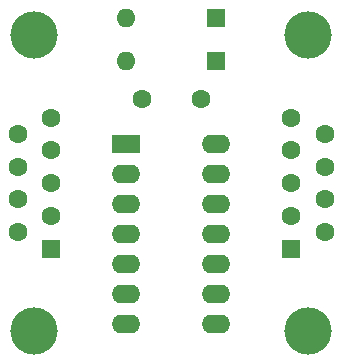
<source format=gbs>
G04 #@! TF.GenerationSoftware,KiCad,Pcbnew,(5.1.8)-1*
G04 #@! TF.CreationDate,2021-03-27T16:05:23+01:00*
G04 #@! TF.ProjectId,MSX Mega Adapter,4d535820-4d65-4676-9120-416461707465,rev?*
G04 #@! TF.SameCoordinates,Original*
G04 #@! TF.FileFunction,Soldermask,Bot*
G04 #@! TF.FilePolarity,Negative*
%FSLAX46Y46*%
G04 Gerber Fmt 4.6, Leading zero omitted, Abs format (unit mm)*
G04 Created by KiCad (PCBNEW (5.1.8)-1) date 2021-03-27 16:05:23*
%MOMM*%
%LPD*%
G01*
G04 APERTURE LIST*
%ADD10C,1.600000*%
%ADD11O,2.400000X1.600000*%
%ADD12R,2.400000X1.600000*%
%ADD13R,1.600000X1.600000*%
%ADD14C,4.000000*%
%ADD15O,1.600000X1.600000*%
G04 APERTURE END LIST*
D10*
X128985000Y-67945000D03*
X133985000Y-67945000D03*
D11*
X135255000Y-71755000D03*
X127635000Y-86995000D03*
X135255000Y-74295000D03*
X127635000Y-84455000D03*
X135255000Y-76835000D03*
X127635000Y-81915000D03*
X135255000Y-79375000D03*
X127635000Y-79375000D03*
X135255000Y-81915000D03*
X127635000Y-76835000D03*
X135255000Y-84455000D03*
X127635000Y-74295000D03*
X135255000Y-86995000D03*
D12*
X127635000Y-71755000D03*
D13*
X121285000Y-80645000D03*
D10*
X121285000Y-77875000D03*
X121285000Y-75105000D03*
X121285000Y-72335000D03*
X121285000Y-69565000D03*
X118445000Y-79260000D03*
X118445000Y-76490000D03*
X118445000Y-73720000D03*
X118445000Y-70950000D03*
D14*
X119865000Y-62605000D03*
X119865000Y-87605000D03*
D13*
X141605000Y-80645000D03*
D10*
X141605000Y-77875000D03*
X141605000Y-75105000D03*
X141605000Y-72335000D03*
X141605000Y-69565000D03*
X144445000Y-79260000D03*
X144445000Y-76490000D03*
X144445000Y-73720000D03*
X144445000Y-70950000D03*
D14*
X143025000Y-87605000D03*
X143025000Y-62605000D03*
D13*
X135255000Y-64770000D03*
D15*
X127635000Y-64770000D03*
X127635000Y-61087000D03*
D13*
X135255000Y-61087000D03*
M02*

</source>
